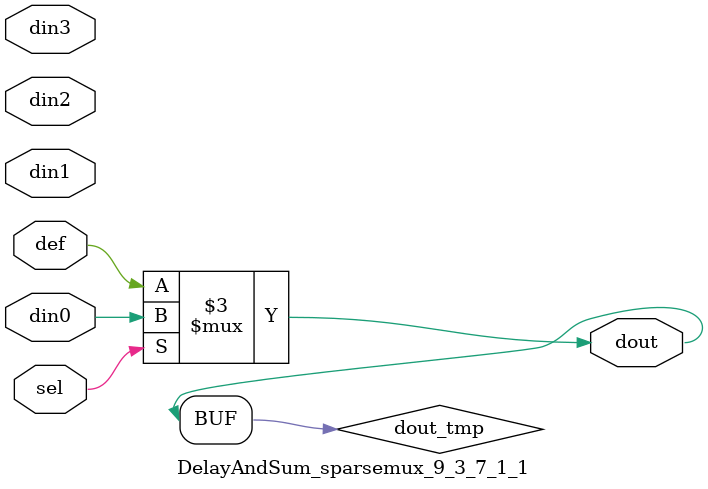
<source format=v>
`timescale 1ns / 1ps

module DelayAndSum_sparsemux_9_3_7_1_1 (din0,din1,din2,din3,def,sel,dout);

parameter din0_WIDTH = 1;

parameter din1_WIDTH = 1;

parameter din2_WIDTH = 1;

parameter din3_WIDTH = 1;

parameter def_WIDTH = 1;
parameter sel_WIDTH = 1;
parameter dout_WIDTH = 1;

parameter [sel_WIDTH-1:0] CASE0 = 1;

parameter [sel_WIDTH-1:0] CASE1 = 1;

parameter [sel_WIDTH-1:0] CASE2 = 1;

parameter [sel_WIDTH-1:0] CASE3 = 1;

parameter ID = 1;
parameter NUM_STAGE = 1;



input [din0_WIDTH-1:0] din0;

input [din1_WIDTH-1:0] din1;

input [din2_WIDTH-1:0] din2;

input [din3_WIDTH-1:0] din3;

input [def_WIDTH-1:0] def;
input [sel_WIDTH-1:0] sel;

output [dout_WIDTH-1:0] dout;



reg [dout_WIDTH-1:0] dout_tmp;


always @ (*) begin
(* parallel_case *) case (sel)
    
    CASE0 : dout_tmp = din0;
    
    CASE1 : dout_tmp = din1;
    
    CASE2 : dout_tmp = din2;
    
    CASE3 : dout_tmp = din3;
    
    default : dout_tmp = def;
endcase
end


assign dout = dout_tmp;



endmodule

</source>
